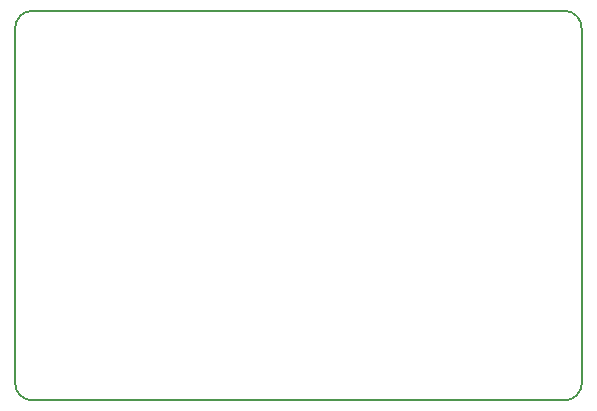
<source format=gm1>
%TF.GenerationSoftware,KiCad,Pcbnew,4.0.7*%
%TF.CreationDate,2018-04-09T00:36:22-04:00*%
%TF.ProjectId,TemperatureHumidityEPD,54656D706572617475726548756D6964,rev?*%
%TF.FileFunction,Profile,NP*%
%FSLAX46Y46*%
G04 Gerber Fmt 4.6, Leading zero omitted, Abs format (unit mm)*
G04 Created by KiCad (PCBNEW 4.0.7) date Monday, 09 April 2018 'AMt' 00:36:22*
%MOMM*%
%LPD*%
G01*
G04 APERTURE LIST*
%ADD10C,0.127000*%
G04 APERTURE END LIST*
D10*
X148000000Y-81500000D02*
X148000000Y-111500000D01*
X146500000Y-113000000D02*
G75*
G03X148000000Y-111500000I0J1500000D01*
G01*
X147987842Y-81690597D02*
G75*
G03X146500000Y-80000000I-1487842J190597D01*
G01*
X101500000Y-113000000D02*
X146500000Y-113000000D01*
X100000000Y-111500000D02*
G75*
G03X101500000Y-113000000I1500000J0D01*
G01*
X100000000Y-81500000D02*
X100000000Y-111500000D01*
X101500000Y-80000000D02*
G75*
G03X100000000Y-81500000I0J-1500000D01*
G01*
X101500000Y-80000000D02*
X146500000Y-80000000D01*
M02*

</source>
